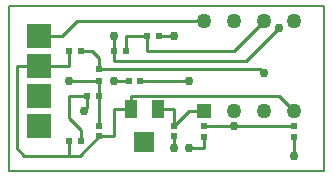
<source format=gbr>
G04 PROTEUS GERBER X2 FILE*
%TF.GenerationSoftware,Labcenter,Proteus,8.7-SP3-Build25561*%
%TF.CreationDate,2018-10-24T14:18:50+00:00*%
%TF.FileFunction,Copper,L1,Top*%
%TF.FilePolarity,Positive*%
%TF.Part,Single*%
%TF.SameCoordinates,{df6e09e0-91d3-470b-b8e6-2d5583446854}*%
%FSLAX45Y45*%
%MOMM*%
G01*
%TA.AperFunction,Conductor*%
%ADD10C,0.254000*%
%TA.AperFunction,ViaPad*%
%ADD11C,0.762000*%
%TA.AperFunction,ComponentPad*%
%ADD12R,2.032000X2.032000*%
%TA.AperFunction,SMDPad,CuDef*%
%ADD13R,0.558800X0.609600*%
%ADD14R,0.609600X0.558800*%
%ADD15R,0.609600X0.609600*%
%TA.AperFunction,SMDPad,CuDef*%
%ADD16R,1.016000X1.524000*%
%ADD17R,1.651000X1.651000*%
%TA.AperFunction,ComponentPad*%
%ADD18R,1.270000X1.270000*%
%ADD19C,1.270000*%
%TA.AperFunction,Profile*%
%ADD70C,0.203200*%
%TD.AperFunction*%
D10*
X+762000Y-535000D02*
X+762000Y-444500D01*
X+698500Y-381000D01*
X+608000Y-381000D01*
X+762000Y-535000D02*
X+2122500Y-535000D01*
X+2159000Y-571500D01*
X+1905000Y-1016000D02*
X+1651000Y-1016000D01*
X+2032000Y-1016000D02*
X+2413000Y-1016000D01*
X+2032000Y-1016000D02*
X+1905000Y-1016000D01*
X+1397000Y-1016000D02*
X+1524000Y-889000D01*
X+1651000Y-889000D01*
X+2413000Y-1270000D02*
X+2413000Y-1116000D01*
X+1397000Y-1016000D02*
X+1397000Y-876300D01*
X+1257300Y-876300D01*
X+662000Y-762000D02*
X+662000Y-862000D01*
X+635000Y-889000D01*
X+662000Y-762000D02*
X+508000Y-762000D01*
X+508000Y-952500D01*
X+608000Y-1052500D01*
X+608000Y-1143000D01*
X+1170000Y-254000D02*
X+1170000Y-381000D01*
X+1905000Y-381000D01*
X+2159000Y-127000D01*
X+1170000Y-254000D02*
X+989000Y-254000D01*
X+989000Y-381000D01*
X+889000Y-381000D02*
X+889000Y-466890D01*
X+2009610Y-466890D01*
X+2286000Y-190500D01*
X+889000Y-381000D02*
X+889000Y-254000D01*
X+889000Y-635000D02*
X+1016000Y-635000D01*
X+1524000Y-635000D02*
X+1106000Y-635000D01*
X+1524000Y-1206500D02*
X+1651000Y-1206500D01*
X+1651000Y-1116000D01*
X+1397000Y-1206500D02*
X+1397000Y-1106000D01*
X+1397000Y-254000D02*
X+1358901Y-254000D01*
X+1358900Y-253999D01*
X+1270000Y-253999D01*
X+1270000Y-254000D01*
X+254000Y-508000D02*
X+63500Y-508000D01*
X+63500Y-1206500D01*
X+127000Y-1270000D01*
X+508000Y-1270000D01*
X+762000Y-1106000D02*
X+598000Y-1270000D01*
X+508000Y-1270000D01*
X+508000Y-1143000D01*
X+762000Y-1106000D02*
X+889000Y-1106000D01*
X+889000Y-876300D01*
X+1028700Y-876300D01*
X+1028700Y-762000D01*
X+2286000Y-762000D01*
X+2413000Y-889000D01*
X+254000Y-508000D02*
X+508000Y-508000D01*
X+508000Y-381000D01*
X+254000Y-254000D02*
X+444500Y-254000D01*
X+571500Y-127000D01*
X+1651000Y-127000D01*
X+762000Y-762000D02*
X+762000Y-1016000D01*
X+762000Y-635000D02*
X+508000Y-635000D01*
X+762000Y-635000D02*
X+762000Y-762000D01*
D11*
X+2159000Y-571500D03*
X+1905000Y-1016000D03*
X+2413000Y-1270000D03*
X+635000Y-889000D03*
X+2286000Y-190500D03*
X+889000Y-254000D03*
X+889000Y-635000D03*
X+1524000Y-635000D03*
X+1524000Y-1206500D03*
X+1397000Y-1206500D03*
X+1397000Y-254000D03*
X+508000Y-635000D03*
D12*
X+254000Y-254000D03*
X+254000Y-508000D03*
X+254000Y-762000D03*
X+254000Y-1016000D03*
D13*
X+508000Y-381000D03*
X+608000Y-381000D03*
D14*
X+762000Y-635000D03*
X+762000Y-535000D03*
X+2413000Y-1016000D03*
X+2413000Y-1116000D03*
D13*
X+762000Y-762000D03*
X+662000Y-762000D03*
X+508000Y-1143000D03*
X+608000Y-1143000D03*
X+889000Y-381000D03*
X+989000Y-381000D03*
D15*
X+762000Y-1016000D03*
X+762000Y-1106000D03*
D16*
X+1028700Y-876300D03*
X+1257300Y-876300D03*
D17*
X+1143000Y-1155700D03*
D14*
X+1651000Y-1016000D03*
X+1651000Y-1116000D03*
D15*
X+1016000Y-635000D03*
X+1106000Y-635000D03*
D13*
X+1270000Y-254000D03*
X+1170000Y-254000D03*
D15*
X+1397000Y-1016000D03*
X+1397000Y-1106000D03*
D18*
X+1651000Y-889000D03*
D19*
X+1905000Y-889000D03*
X+2159000Y-889000D03*
X+2413000Y-889000D03*
X+2413000Y-127000D03*
X+2159000Y-127000D03*
X+1905000Y-127000D03*
X+1651000Y-127000D03*
D70*
X+0Y-1397000D02*
X+2667000Y-1397000D01*
X+2667000Y+0D01*
X+0Y+0D01*
X+0Y-1397000D01*
M02*

</source>
